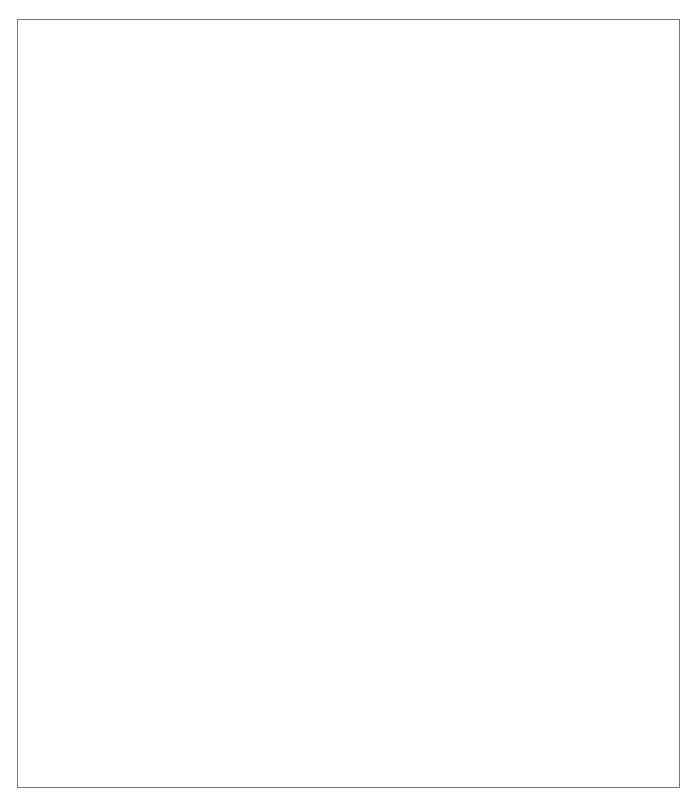
<source format=gbr>
%TF.GenerationSoftware,KiCad,Pcbnew,(7.0.0)*%
%TF.CreationDate,2023-03-24T15:25:03-07:00*%
%TF.ProjectId,tiaan_fsr_exp,74696161-6e5f-4667-9372-5f6578702e6b,rev?*%
%TF.SameCoordinates,Original*%
%TF.FileFunction,Profile,NP*%
%FSLAX46Y46*%
G04 Gerber Fmt 4.6, Leading zero omitted, Abs format (unit mm)*
G04 Created by KiCad (PCBNEW (7.0.0)) date 2023-03-24 15:25:03*
%MOMM*%
%LPD*%
G01*
G04 APERTURE LIST*
%TA.AperFunction,Profile*%
%ADD10C,0.100000*%
%TD*%
G04 APERTURE END LIST*
D10*
X130000000Y-30000000D02*
X186000000Y-30000000D01*
X186000000Y-30000000D02*
X186000000Y-95000000D01*
X186000000Y-95000000D02*
X130000000Y-95000000D01*
X130000000Y-95000000D02*
X130000000Y-30000000D01*
M02*

</source>
